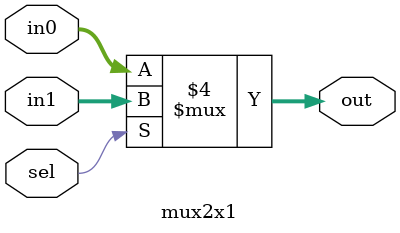
<source format=sv>
module mux2x1(
  input logic[7:0] in0, in1, 
  input logic sel, 
  output logic[7:0] out
); 
  always @(sel or in0 or in1)
  begin
     if(sel == 0)
       out = in0;
     else
       out = in1; 
  end
endmodule
 
</source>
